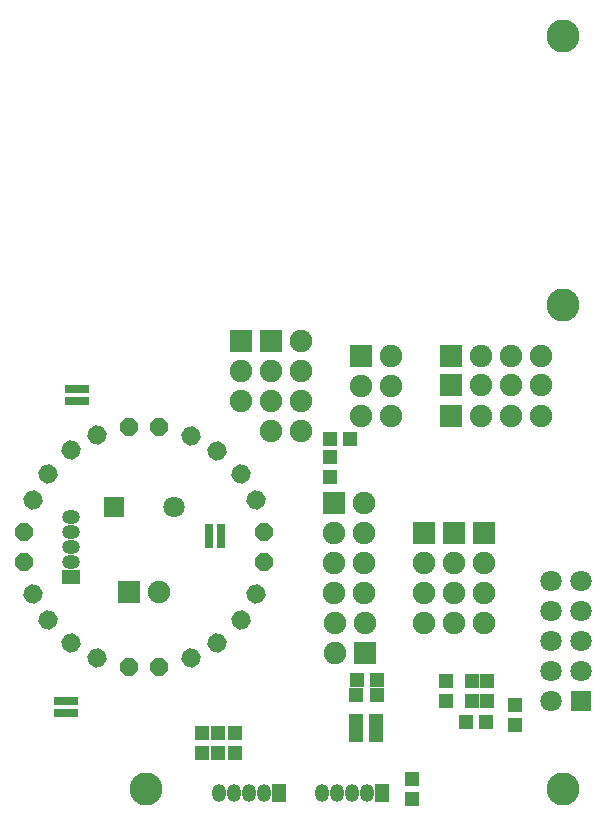
<source format=gts>
G04 DipTrace 3.1.0.1*
G04 TopMask.gbr*
%MOIN*%
G04 #@! TF.FileFunction,Soldermask,Top*
G04 #@! TF.Part,Single*
%AMOUTLINE0*5,1,8,0,0,0.066,-22.49998*%
%AMOUTLINE1*5,1,8,0,0,0.066,-262.500516*%
%AMOUTLINE2*5,1,8,0,0,0.066001,-232.500313*%
%AMOUTLINE3*5,1,8,0,0,0.066,7.499484*%
%AMOUTLINE4*5,1,8,0,0,0.066,-112.49998*%
%AMOUTLINE5*5,1,8,0,0,0.066,-202.49998*%
%AMOUTLINE6*5,1,8,0,0,0.066001,37.499687*%
%AMOUTLINE7*5,1,8,0,0,0.066,-82.500516*%
%AMOUTLINE8*5,1,8,0,0,0.066,-172.500516*%
%AMOUTLINE9*5,1,8,0,0,0.066,67.50002*%
%AMOUTLINE10*5,1,8,0,0,0.066001,-52.500313*%
%AMOUTLINE11*5,1,8,0,0,0.066001,-142.500313*%
%ADD60C,0.11*%
%ADD81R,0.0275X0.022*%
%ADD83R,0.022X0.0275*%
%ADD87C,0.070992*%
%ADD89O,0.04737X0.059181*%
%ADD91R,0.04737X0.059181*%
%ADD93O,0.059181X0.04737*%
%ADD95R,0.059181X0.04737*%
%ADD97C,0.074929*%
%ADD99R,0.074929X0.074929*%
%ADD101R,0.051307X0.04737*%
%ADD103R,0.04737X0.051307*%
%ADD105R,0.070992X0.070992*%
%ADD107C,0.070992*%
%ADD120OUTLINE0*%
%ADD121OUTLINE1*%
%ADD122OUTLINE2*%
%ADD123OUTLINE3*%
%ADD124OUTLINE4*%
%ADD125OUTLINE5*%
%ADD126OUTLINE6*%
%ADD127OUTLINE7*%
%ADD128OUTLINE8*%
%ADD129OUTLINE9*%
%ADD130OUTLINE10*%
%ADD131OUTLINE11*%
%FSLAX26Y26*%
G04*
G70*
G90*
G75*
G01*
G04 TopMask*
%LPD*%
D107*
X972002Y1496029D3*
D105*
X772002D3*
D103*
X2107002Y770029D3*
Y836958D3*
X1765002Y591029D3*
Y524100D3*
X1965002Y848029D3*
Y914958D3*
X1175002Y742029D3*
Y675100D3*
X1065002Y743029D3*
Y676100D3*
D101*
X2013002Y779029D3*
X1946073D3*
D103*
X2014002Y849029D3*
Y915958D3*
X1119002Y742958D3*
Y676029D3*
D101*
X1645002Y735029D3*
X1578073D3*
D99*
X1595002Y2001029D3*
D97*
X1695002D3*
X1595002Y1901029D3*
X1695002D3*
X1595002Y1801029D3*
X1695002D3*
D99*
X1295002Y2051029D3*
D97*
X1395002D3*
X1295002Y1951029D3*
X1395002D3*
X1295002Y1851029D3*
X1395002D3*
X1295002Y1751029D3*
X1395002D3*
D99*
X1895298Y1801029D3*
D97*
X1995298D3*
X2095298D3*
X2195298D3*
D99*
X1895034Y1901284D3*
D97*
X1995034D3*
X2095034D3*
X2195034D3*
D99*
X1895034Y2001029D3*
D97*
X1995034D3*
X2095034D3*
X2195034D3*
D99*
X1195002Y2051029D3*
D97*
Y1951029D3*
Y1851029D3*
D95*
X630002Y1263029D3*
D93*
Y1313029D3*
Y1363029D3*
Y1413029D3*
Y1463029D3*
D91*
X1664753Y542029D3*
D89*
X1614753D3*
X1564753D3*
X1514753D3*
X1464753D3*
D91*
X1321002D3*
D89*
X1271002D3*
X1221002D3*
X1171002D3*
X1121002D3*
D105*
X2329002Y849029D3*
D87*
X2229002D3*
X2329002Y949029D3*
X2229002D3*
X2329002Y1049029D3*
X2229002D3*
X2329002Y1149029D3*
X2229002D3*
X2329002Y1249029D3*
X2229002D3*
D99*
X1506502Y1508780D3*
D97*
X1606502D3*
X1506502Y1408780D3*
X1606502D3*
X1506502Y1308780D3*
X1606502D3*
X1506502Y1208780D3*
X1606502D3*
D99*
X2006382Y1409185D3*
D97*
Y1309185D3*
Y1209185D3*
Y1109185D3*
D99*
X1906371Y1409185D3*
D97*
Y1309185D3*
Y1209185D3*
Y1109185D3*
D99*
X1806106Y1408912D3*
D97*
Y1308912D3*
Y1208912D3*
Y1108912D3*
D99*
X1607002Y1009029D3*
D97*
X1507002D3*
X1607002Y1109029D3*
X1507002D3*
D99*
X823002Y1214029D3*
D97*
X923002D3*
D103*
X1880002Y849029D3*
Y915958D3*
D101*
X1579002Y784029D3*
X1645931D3*
X1580002Y871029D3*
X1646931D3*
X1581002Y918029D3*
X1647931D3*
D83*
X620002Y1890029D3*
X660002D3*
X680002D3*
X640002D3*
X680002Y1850029D3*
X660002D3*
X640002D3*
X620002D3*
D81*
X1090002Y1368029D3*
Y1408029D3*
Y1428029D3*
Y1388029D3*
X1130002Y1428029D3*
Y1408029D3*
Y1388029D3*
Y1368029D3*
D83*
X642002Y811029D3*
X602002D3*
X582002D3*
X622002D3*
X582002Y851029D3*
X602002D3*
X622002D3*
X642002D3*
D120*
X823002Y963029D3*
X923002D3*
D121*
X1244609Y1519728D3*
X1194609Y1606331D3*
D122*
X1116304Y1684226D3*
X1029700Y1734226D3*
D123*
X1029702Y991422D3*
X1116304Y1041422D3*
D124*
X473002Y1413029D3*
Y1313029D3*
D125*
X923002Y1763029D3*
X823002D3*
D126*
X1194199Y1119728D3*
X1244199Y1206331D3*
D127*
X501395Y1206330D3*
X551395Y1119727D3*
D128*
X716303Y1734636D3*
X629700Y1684636D3*
D129*
X1273002Y1313029D3*
Y1413029D3*
D130*
X629701Y1041832D3*
X716305Y991832D3*
D131*
X551806Y1606330D3*
X501806Y1519727D3*
D101*
X1559208Y1722201D3*
X1492279D3*
D103*
X1493002Y1597029D3*
Y1663958D3*
D60*
X2267002Y556029D3*
Y2170029D3*
Y3067530D3*
X877002Y556029D3*
M02*

</source>
